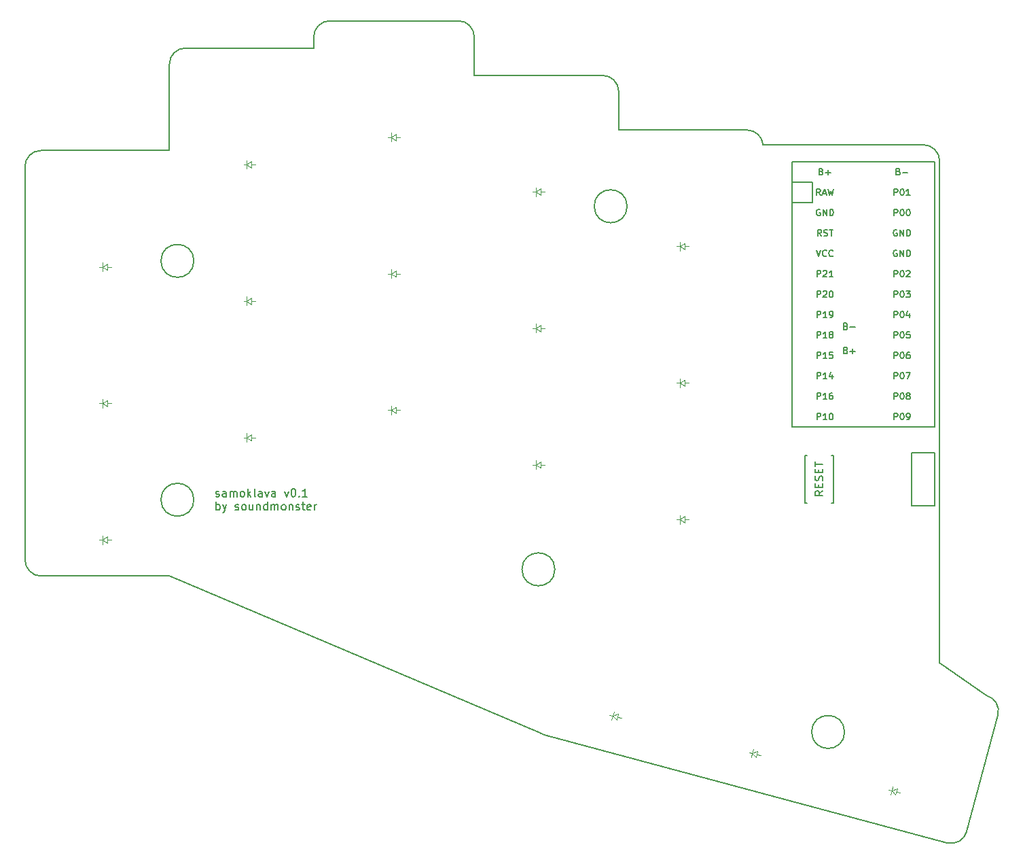
<source format=gbr>
G04 #@! TF.GenerationSoftware,KiCad,Pcbnew,5.1.5+dfsg1-2build2*
G04 #@! TF.CreationDate,2022-04-19T07:05:38+00:00*
G04 #@! TF.ProjectId,board,626f6172-642e-46b6-9963-61645f706362,v1.0.0*
G04 #@! TF.SameCoordinates,Original*
G04 #@! TF.FileFunction,Legend,Top*
G04 #@! TF.FilePolarity,Positive*
%FSLAX46Y46*%
G04 Gerber Fmt 4.6, Leading zero omitted, Abs format (unit mm)*
G04 Created by KiCad (PCBNEW 5.1.5+dfsg1-2build2) date 2022-04-19 07:05:38*
%MOMM*%
%LPD*%
G04 APERTURE LIST*
%ADD10C,0.150000*%
G04 #@! TA.AperFunction,Profile*
%ADD11C,0.150000*%
G04 #@! TD*
%ADD12C,0.100000*%
G04 APERTURE END LIST*
D10*
X31787976Y420238D02*
X31883214Y372619D01*
X32073690Y372619D01*
X32168928Y420238D01*
X32216547Y515476D01*
X32216547Y563095D01*
X32168928Y658333D01*
X32073690Y705952D01*
X31930833Y705952D01*
X31835595Y753571D01*
X31787976Y848809D01*
X31787976Y896428D01*
X31835595Y991666D01*
X31930833Y1039285D01*
X32073690Y1039285D01*
X32168928Y991666D01*
X33073690Y372619D02*
X33073690Y896428D01*
X33026071Y991666D01*
X32930833Y1039285D01*
X32740357Y1039285D01*
X32645119Y991666D01*
X33073690Y420238D02*
X32978452Y372619D01*
X32740357Y372619D01*
X32645119Y420238D01*
X32597500Y515476D01*
X32597500Y610714D01*
X32645119Y705952D01*
X32740357Y753571D01*
X32978452Y753571D01*
X33073690Y801190D01*
X33549880Y372619D02*
X33549880Y1039285D01*
X33549880Y944047D02*
X33597500Y991666D01*
X33692738Y1039285D01*
X33835595Y1039285D01*
X33930833Y991666D01*
X33978452Y896428D01*
X33978452Y372619D01*
X33978452Y896428D02*
X34026071Y991666D01*
X34121309Y1039285D01*
X34264166Y1039285D01*
X34359404Y991666D01*
X34407023Y896428D01*
X34407023Y372619D01*
X35026071Y372619D02*
X34930833Y420238D01*
X34883214Y467857D01*
X34835595Y563095D01*
X34835595Y848809D01*
X34883214Y944047D01*
X34930833Y991666D01*
X35026071Y1039285D01*
X35168928Y1039285D01*
X35264166Y991666D01*
X35311785Y944047D01*
X35359404Y848809D01*
X35359404Y563095D01*
X35311785Y467857D01*
X35264166Y420238D01*
X35168928Y372619D01*
X35026071Y372619D01*
X35787976Y372619D02*
X35787976Y1372619D01*
X35883214Y753571D02*
X36168928Y372619D01*
X36168928Y1039285D02*
X35787976Y658333D01*
X36740357Y372619D02*
X36645119Y420238D01*
X36597500Y515476D01*
X36597500Y1372619D01*
X37549880Y372619D02*
X37549880Y896428D01*
X37502261Y991666D01*
X37407023Y1039285D01*
X37216547Y1039285D01*
X37121309Y991666D01*
X37549880Y420238D02*
X37454642Y372619D01*
X37216547Y372619D01*
X37121309Y420238D01*
X37073690Y515476D01*
X37073690Y610714D01*
X37121309Y705952D01*
X37216547Y753571D01*
X37454642Y753571D01*
X37549880Y801190D01*
X37930833Y1039285D02*
X38168928Y372619D01*
X38407023Y1039285D01*
X39216547Y372619D02*
X39216547Y896428D01*
X39168928Y991666D01*
X39073690Y1039285D01*
X38883214Y1039285D01*
X38787976Y991666D01*
X39216547Y420238D02*
X39121309Y372619D01*
X38883214Y372619D01*
X38787976Y420238D01*
X38740357Y515476D01*
X38740357Y610714D01*
X38787976Y705952D01*
X38883214Y753571D01*
X39121309Y753571D01*
X39216547Y801190D01*
X40359404Y1039285D02*
X40597500Y372619D01*
X40835595Y1039285D01*
X41407023Y1372619D02*
X41502261Y1372619D01*
X41597500Y1325000D01*
X41645119Y1277380D01*
X41692738Y1182142D01*
X41740357Y991666D01*
X41740357Y753571D01*
X41692738Y563095D01*
X41645119Y467857D01*
X41597500Y420238D01*
X41502261Y372619D01*
X41407023Y372619D01*
X41311785Y420238D01*
X41264166Y467857D01*
X41216547Y563095D01*
X41168928Y753571D01*
X41168928Y991666D01*
X41216547Y1182142D01*
X41264166Y1277380D01*
X41311785Y1325000D01*
X41407023Y1372619D01*
X42168928Y467857D02*
X42216547Y420238D01*
X42168928Y372619D01*
X42121309Y420238D01*
X42168928Y467857D01*
X42168928Y372619D01*
X43168928Y372619D02*
X42597500Y372619D01*
X42883214Y372619D02*
X42883214Y1372619D01*
X42787976Y1229761D01*
X42692738Y1134523D01*
X42597500Y1086904D01*
X31835595Y-1277380D02*
X31835595Y-277380D01*
X31835595Y-658333D02*
X31930833Y-610714D01*
X32121309Y-610714D01*
X32216547Y-658333D01*
X32264166Y-705952D01*
X32311785Y-801190D01*
X32311785Y-1086904D01*
X32264166Y-1182142D01*
X32216547Y-1229761D01*
X32121309Y-1277380D01*
X31930833Y-1277380D01*
X31835595Y-1229761D01*
X32645119Y-610714D02*
X32883214Y-1277380D01*
X33121309Y-610714D02*
X32883214Y-1277380D01*
X32787976Y-1515476D01*
X32740357Y-1563095D01*
X32645119Y-1610714D01*
X34216547Y-1229761D02*
X34311785Y-1277380D01*
X34502261Y-1277380D01*
X34597500Y-1229761D01*
X34645119Y-1134523D01*
X34645119Y-1086904D01*
X34597500Y-991666D01*
X34502261Y-944047D01*
X34359404Y-944047D01*
X34264166Y-896428D01*
X34216547Y-801190D01*
X34216547Y-753571D01*
X34264166Y-658333D01*
X34359404Y-610714D01*
X34502261Y-610714D01*
X34597500Y-658333D01*
X35216547Y-1277380D02*
X35121309Y-1229761D01*
X35073690Y-1182142D01*
X35026071Y-1086904D01*
X35026071Y-801190D01*
X35073690Y-705952D01*
X35121309Y-658333D01*
X35216547Y-610714D01*
X35359404Y-610714D01*
X35454642Y-658333D01*
X35502261Y-705952D01*
X35549880Y-801190D01*
X35549880Y-1086904D01*
X35502261Y-1182142D01*
X35454642Y-1229761D01*
X35359404Y-1277380D01*
X35216547Y-1277380D01*
X36407023Y-610714D02*
X36407023Y-1277380D01*
X35978452Y-610714D02*
X35978452Y-1134523D01*
X36026071Y-1229761D01*
X36121309Y-1277380D01*
X36264166Y-1277380D01*
X36359404Y-1229761D01*
X36407023Y-1182142D01*
X36883214Y-610714D02*
X36883214Y-1277380D01*
X36883214Y-705952D02*
X36930833Y-658333D01*
X37026071Y-610714D01*
X37168928Y-610714D01*
X37264166Y-658333D01*
X37311785Y-753571D01*
X37311785Y-1277380D01*
X38216547Y-1277380D02*
X38216547Y-277380D01*
X38216547Y-1229761D02*
X38121309Y-1277380D01*
X37930833Y-1277380D01*
X37835595Y-1229761D01*
X37787976Y-1182142D01*
X37740357Y-1086904D01*
X37740357Y-801190D01*
X37787976Y-705952D01*
X37835595Y-658333D01*
X37930833Y-610714D01*
X38121309Y-610714D01*
X38216547Y-658333D01*
X38692738Y-1277380D02*
X38692738Y-610714D01*
X38692738Y-705952D02*
X38740357Y-658333D01*
X38835595Y-610714D01*
X38978452Y-610714D01*
X39073690Y-658333D01*
X39121309Y-753571D01*
X39121309Y-1277380D01*
X39121309Y-753571D02*
X39168928Y-658333D01*
X39264166Y-610714D01*
X39407023Y-610714D01*
X39502261Y-658333D01*
X39549880Y-753571D01*
X39549880Y-1277380D01*
X40168928Y-1277380D02*
X40073690Y-1229761D01*
X40026071Y-1182142D01*
X39978452Y-1086904D01*
X39978452Y-801190D01*
X40026071Y-705952D01*
X40073690Y-658333D01*
X40168928Y-610714D01*
X40311785Y-610714D01*
X40407023Y-658333D01*
X40454642Y-705952D01*
X40502261Y-801190D01*
X40502261Y-1086904D01*
X40454642Y-1182142D01*
X40407023Y-1229761D01*
X40311785Y-1277380D01*
X40168928Y-1277380D01*
X40930833Y-610714D02*
X40930833Y-1277380D01*
X40930833Y-705952D02*
X40978452Y-658333D01*
X41073690Y-610714D01*
X41216547Y-610714D01*
X41311785Y-658333D01*
X41359404Y-753571D01*
X41359404Y-1277380D01*
X41787976Y-1229761D02*
X41883214Y-1277380D01*
X42073690Y-1277380D01*
X42168928Y-1229761D01*
X42216547Y-1134523D01*
X42216547Y-1086904D01*
X42168928Y-991666D01*
X42073690Y-944047D01*
X41930833Y-944047D01*
X41835595Y-896428D01*
X41787976Y-801190D01*
X41787976Y-753571D01*
X41835595Y-658333D01*
X41930833Y-610714D01*
X42073690Y-610714D01*
X42168928Y-658333D01*
X42502261Y-610714D02*
X42883214Y-610714D01*
X42645119Y-277380D02*
X42645119Y-1134523D01*
X42692738Y-1229761D01*
X42787976Y-1277380D01*
X42883214Y-1277380D01*
X43597500Y-1229761D02*
X43502261Y-1277380D01*
X43311785Y-1277380D01*
X43216547Y-1229761D01*
X43168928Y-1134523D01*
X43168928Y-753571D01*
X43216547Y-658333D01*
X43311785Y-610714D01*
X43502261Y-610714D01*
X43597500Y-658333D01*
X43645119Y-753571D01*
X43645119Y-848809D01*
X43168928Y-944047D01*
X44073690Y-1277380D02*
X44073690Y-610714D01*
X44073690Y-801190D02*
X44121309Y-705952D01*
X44168928Y-658333D01*
X44264166Y-610714D01*
X44359404Y-610714D01*
D11*
X10000000Y-9500000D02*
X26000000Y-9500000D01*
X8000000Y-7500000D02*
X8000000Y41500000D01*
X10000000Y-9500000D02*
G75*
G02X8000000Y-7500000I0J2000000D01*
G01*
X26000000Y43500000D02*
X10000000Y43500000D01*
X8000000Y41500000D02*
G75*
G02X10000000Y43500000I2000000J0D01*
G01*
X44000000Y56250000D02*
X28000000Y56250000D01*
X26000000Y54250000D02*
G75*
G02X28000000Y56250000I2000000J0D01*
G01*
X26000000Y54250000D02*
X26000000Y43500000D01*
X64000000Y52850000D02*
X64000000Y57650000D01*
X62000000Y59650000D02*
G75*
G02X64000000Y57650000I0J-2000000D01*
G01*
X62000000Y59650000D02*
X46000000Y59650000D01*
X44000000Y57650000D02*
G75*
G02X46000000Y59650000I2000000J0D01*
G01*
X44000000Y57650000D02*
X44000000Y56250000D01*
X82000000Y46050000D02*
X82000000Y50850000D01*
X80000000Y52850000D02*
G75*
G02X82000000Y50850000I0J-2000000D01*
G01*
X80000000Y52850000D02*
X64000000Y52850000D01*
X98000000Y46050000D02*
G75*
G02X99994367Y44200000I0J-2000000D01*
G01*
X98000000Y46050000D02*
X82000000Y46050000D01*
X72707107Y-29274745D02*
X122935250Y-42733335D01*
X72707107Y-29274745D02*
G75*
G02X72197860Y-29059141I517638J1931852D01*
G01*
X125384739Y-41319122D02*
G75*
G02X122935250Y-42733335I-1931851J517638D01*
G01*
X125384740Y-41319122D02*
X129267025Y-26830234D01*
X127852812Y-24380745D02*
G75*
G02X129267025Y-26830234I-517638J-1931851D01*
G01*
X122000000Y-20297692D02*
X127852812Y-24380745D01*
X72197860Y-29059141D02*
X26000000Y-9500000D01*
X122000000Y-20297692D02*
X122000000Y42200000D01*
X120000000Y44200000D02*
G75*
G02X122000000Y42200000I0J-2000000D01*
G01*
X120000000Y44200000D02*
X99994367Y44200000D01*
X29050000Y29750000D02*
G75*
G03X29050000Y29750000I-2050000J0D01*
G01*
X29050000Y0D02*
G75*
G03X29050000Y0I-2050000J0D01*
G01*
X83050000Y36550000D02*
G75*
G03X83050000Y36550000I-2050000J0D01*
G01*
X74050000Y-8670000D02*
G75*
G03X74050000Y-8670000I-2050000J0D01*
G01*
X110153958Y-28924179D02*
G75*
G03X110153958Y-28924179I-2050000J0D01*
G01*
D12*
G04 #@! TO.C,D1*
X18250000Y-5000000D02*
X18750000Y-5000000D01*
X18250000Y-5400000D02*
X17650000Y-5000000D01*
X18250000Y-4600000D02*
X18250000Y-5400000D01*
X17650000Y-5000000D02*
X18250000Y-4600000D01*
X17650000Y-5000000D02*
X17650000Y-5550000D01*
X17650000Y-5000000D02*
X17650000Y-4450000D01*
X17250000Y-5000000D02*
X17650000Y-5000000D01*
G04 #@! TO.C,D2*
X18250000Y12000000D02*
X18750000Y12000000D01*
X18250000Y11600000D02*
X17650000Y12000000D01*
X18250000Y12400000D02*
X18250000Y11600000D01*
X17650000Y12000000D02*
X18250000Y12400000D01*
X17650000Y12000000D02*
X17650000Y11450000D01*
X17650000Y12000000D02*
X17650000Y12550000D01*
X17250000Y12000000D02*
X17650000Y12000000D01*
G04 #@! TO.C,D3*
X18250000Y29000000D02*
X18750000Y29000000D01*
X18250000Y28600000D02*
X17650000Y29000000D01*
X18250000Y29400000D02*
X18250000Y28600000D01*
X17650000Y29000000D02*
X18250000Y29400000D01*
X17650000Y29000000D02*
X17650000Y28450000D01*
X17650000Y29000000D02*
X17650000Y29550000D01*
X17250000Y29000000D02*
X17650000Y29000000D01*
G04 #@! TO.C,D4*
X36250000Y7750000D02*
X36750000Y7750000D01*
X36250000Y7350000D02*
X35650000Y7750000D01*
X36250000Y8150000D02*
X36250000Y7350000D01*
X35650000Y7750000D02*
X36250000Y8150000D01*
X35650000Y7750000D02*
X35650000Y7200000D01*
X35650000Y7750000D02*
X35650000Y8300000D01*
X35250000Y7750000D02*
X35650000Y7750000D01*
G04 #@! TO.C,D5*
X36250000Y24750000D02*
X36750000Y24750000D01*
X36250000Y24350000D02*
X35650000Y24750000D01*
X36250000Y25150000D02*
X36250000Y24350000D01*
X35650000Y24750000D02*
X36250000Y25150000D01*
X35650000Y24750000D02*
X35650000Y24200000D01*
X35650000Y24750000D02*
X35650000Y25300000D01*
X35250000Y24750000D02*
X35650000Y24750000D01*
G04 #@! TO.C,D6*
X36250000Y41750000D02*
X36750000Y41750000D01*
X36250000Y41350000D02*
X35650000Y41750000D01*
X36250000Y42150000D02*
X36250000Y41350000D01*
X35650000Y41750000D02*
X36250000Y42150000D01*
X35650000Y41750000D02*
X35650000Y41200000D01*
X35650000Y41750000D02*
X35650000Y42300000D01*
X35250000Y41750000D02*
X35650000Y41750000D01*
G04 #@! TO.C,D7*
X54250000Y11150000D02*
X54750000Y11150000D01*
X54250000Y10750000D02*
X53650000Y11150000D01*
X54250000Y11550000D02*
X54250000Y10750000D01*
X53650000Y11150000D02*
X54250000Y11550000D01*
X53650000Y11150000D02*
X53650000Y10600000D01*
X53650000Y11150000D02*
X53650000Y11700000D01*
X53250000Y11150000D02*
X53650000Y11150000D01*
G04 #@! TO.C,D8*
X54250000Y28150000D02*
X54750000Y28150000D01*
X54250000Y27750000D02*
X53650000Y28150000D01*
X54250000Y28550000D02*
X54250000Y27750000D01*
X53650000Y28150000D02*
X54250000Y28550000D01*
X53650000Y28150000D02*
X53650000Y27600000D01*
X53650000Y28150000D02*
X53650000Y28700000D01*
X53250000Y28150000D02*
X53650000Y28150000D01*
G04 #@! TO.C,D9*
X54250000Y45150000D02*
X54750000Y45150000D01*
X54250000Y44750000D02*
X53650000Y45150000D01*
X54250000Y45550000D02*
X54250000Y44750000D01*
X53650000Y45150000D02*
X54250000Y45550000D01*
X53650000Y45150000D02*
X53650000Y44600000D01*
X53650000Y45150000D02*
X53650000Y45700000D01*
X53250000Y45150000D02*
X53650000Y45150000D01*
G04 #@! TO.C,D10*
X72250000Y4350000D02*
X72750000Y4350000D01*
X72250000Y3950000D02*
X71650000Y4350000D01*
X72250000Y4750000D02*
X72250000Y3950000D01*
X71650000Y4350000D02*
X72250000Y4750000D01*
X71650000Y4350000D02*
X71650000Y3800000D01*
X71650000Y4350000D02*
X71650000Y4900000D01*
X71250000Y4350000D02*
X71650000Y4350000D01*
G04 #@! TO.C,D11*
X72250000Y21350000D02*
X72750000Y21350000D01*
X72250000Y20950000D02*
X71650000Y21350000D01*
X72250000Y21750000D02*
X72250000Y20950000D01*
X71650000Y21350000D02*
X72250000Y21750000D01*
X71650000Y21350000D02*
X71650000Y20800000D01*
X71650000Y21350000D02*
X71650000Y21900000D01*
X71250000Y21350000D02*
X71650000Y21350000D01*
G04 #@! TO.C,D12*
X72250000Y38350000D02*
X72750000Y38350000D01*
X72250000Y37950000D02*
X71650000Y38350000D01*
X72250000Y38750000D02*
X72250000Y37950000D01*
X71650000Y38350000D02*
X72250000Y38750000D01*
X71650000Y38350000D02*
X71650000Y37800000D01*
X71650000Y38350000D02*
X71650000Y38900000D01*
X71250000Y38350000D02*
X71650000Y38350000D01*
G04 #@! TO.C,D13*
X90250000Y-2450000D02*
X90750000Y-2450000D01*
X90250000Y-2850000D02*
X89650000Y-2450000D01*
X90250000Y-2050000D02*
X90250000Y-2850000D01*
X89650000Y-2450000D02*
X90250000Y-2050000D01*
X89650000Y-2450000D02*
X89650000Y-3000000D01*
X89650000Y-2450000D02*
X89650000Y-1900000D01*
X89250000Y-2450000D02*
X89650000Y-2450000D01*
G04 #@! TO.C,D14*
X90250000Y14550000D02*
X90750000Y14550000D01*
X90250000Y14150000D02*
X89650000Y14550000D01*
X90250000Y14950000D02*
X90250000Y14150000D01*
X89650000Y14550000D02*
X90250000Y14950000D01*
X89650000Y14550000D02*
X89650000Y14000000D01*
X89650000Y14550000D02*
X89650000Y15100000D01*
X89250000Y14550000D02*
X89650000Y14550000D01*
G04 #@! TO.C,D15*
X90250000Y31550000D02*
X90750000Y31550000D01*
X90250000Y31150000D02*
X89650000Y31550000D01*
X90250000Y31950000D02*
X90250000Y31150000D01*
X89650000Y31550000D02*
X90250000Y31950000D01*
X89650000Y31550000D02*
X89650000Y31000000D01*
X89650000Y31550000D02*
X89650000Y32100000D01*
X89250000Y31550000D02*
X89650000Y31550000D01*
G04 #@! TO.C,D16*
X81840681Y-27063305D02*
X82323644Y-27192714D01*
X81737154Y-27449675D02*
X81261126Y-26908013D01*
X81944209Y-26676934D02*
X81737154Y-27449675D01*
X81261126Y-26908013D02*
X81944209Y-26676934D01*
X81261126Y-26908013D02*
X81118775Y-27439273D01*
X81261126Y-26908013D02*
X81403476Y-26376754D01*
X80874756Y-26804486D02*
X81261126Y-26908013D01*
G04 #@! TO.C,D17*
X99227381Y-31722105D02*
X99710344Y-31851514D01*
X99123854Y-32108475D02*
X98647826Y-31566813D01*
X99330909Y-31335734D02*
X99123854Y-32108475D01*
X98647826Y-31566813D02*
X99330909Y-31335734D01*
X98647826Y-31566813D02*
X98505475Y-32098073D01*
X98647826Y-31566813D02*
X98790176Y-31035554D01*
X98261456Y-31463286D02*
X98647826Y-31566813D01*
G04 #@! TO.C,D18*
X116614481Y-36380805D02*
X117097444Y-36510214D01*
X116510954Y-36767175D02*
X116034926Y-36225513D01*
X116718009Y-35994434D02*
X116510954Y-36767175D01*
X116034926Y-36225513D02*
X116718009Y-35994434D01*
X116034926Y-36225513D02*
X115892575Y-36756773D01*
X116034926Y-36225513D02*
X116177276Y-35694254D01*
X115648556Y-36121986D02*
X116034926Y-36225513D01*
D10*
G04 #@! TO.C,MCU2*
X103610000Y42080000D02*
X103610000Y9060000D01*
X103610000Y9060000D02*
X121390000Y9060000D01*
X121390000Y9060000D02*
X121390000Y42080000D01*
X121390000Y42080000D02*
X103610000Y42080000D01*
X106150000Y39540000D02*
X106150000Y37000000D01*
X106150000Y39540000D02*
X103610000Y39540000D01*
X106150000Y37000000D02*
X103610000Y37000000D01*
G04 #@! TO.C,T1*
X121350000Y600000D02*
X121350000Y4500000D01*
X121350000Y2550000D02*
X121350000Y5850000D01*
X121350000Y5850000D02*
X118500000Y5850000D01*
X118500000Y5850000D02*
X118500000Y-750000D01*
X118500000Y-750000D02*
X121350000Y-750000D01*
X121350000Y2550000D02*
X121350000Y-750000D01*
G04 #@! TO.C,B1*
X105250000Y5550000D02*
X105250000Y-450000D01*
X105250000Y-450000D02*
X105500000Y-450000D01*
X105250000Y5550000D02*
X105500000Y5550000D01*
X108750000Y5550000D02*
X108500000Y5550000D01*
X108750000Y5550000D02*
X108750000Y-450000D01*
X108750000Y-450000D02*
X108500000Y-450000D01*
G04 #@! TD*
G04 #@! TO.C,MCU2*
X107147619Y37908095D02*
X106880952Y38289047D01*
X106690476Y37908095D02*
X106690476Y38708095D01*
X106995238Y38708095D01*
X107071428Y38670000D01*
X107109523Y38631904D01*
X107147619Y38555714D01*
X107147619Y38441428D01*
X107109523Y38365238D01*
X107071428Y38327142D01*
X106995238Y38289047D01*
X106690476Y38289047D01*
X107452380Y38136666D02*
X107833333Y38136666D01*
X107376190Y37908095D02*
X107642857Y38708095D01*
X107909523Y37908095D01*
X108100000Y38708095D02*
X108290476Y37908095D01*
X108442857Y38479523D01*
X108595238Y37908095D01*
X108785714Y38708095D01*
X107090476Y36130000D02*
X107014285Y36168095D01*
X106900000Y36168095D01*
X106785714Y36130000D01*
X106709523Y36053809D01*
X106671428Y35977619D01*
X106633333Y35825238D01*
X106633333Y35710952D01*
X106671428Y35558571D01*
X106709523Y35482380D01*
X106785714Y35406190D01*
X106900000Y35368095D01*
X106976190Y35368095D01*
X107090476Y35406190D01*
X107128571Y35444285D01*
X107128571Y35710952D01*
X106976190Y35710952D01*
X107471428Y35368095D02*
X107471428Y36168095D01*
X107928571Y35368095D01*
X107928571Y36168095D01*
X108309523Y35368095D02*
X108309523Y36168095D01*
X108500000Y36168095D01*
X108614285Y36130000D01*
X108690476Y36053809D01*
X108728571Y35977619D01*
X108766666Y35825238D01*
X108766666Y35710952D01*
X108728571Y35558571D01*
X108690476Y35482380D01*
X108614285Y35406190D01*
X108500000Y35368095D01*
X108309523Y35368095D01*
X107261904Y32828095D02*
X106995238Y33209047D01*
X106804761Y32828095D02*
X106804761Y33628095D01*
X107109523Y33628095D01*
X107185714Y33590000D01*
X107223809Y33551904D01*
X107261904Y33475714D01*
X107261904Y33361428D01*
X107223809Y33285238D01*
X107185714Y33247142D01*
X107109523Y33209047D01*
X106804761Y33209047D01*
X107566666Y32866190D02*
X107680952Y32828095D01*
X107871428Y32828095D01*
X107947619Y32866190D01*
X107985714Y32904285D01*
X108023809Y32980476D01*
X108023809Y33056666D01*
X107985714Y33132857D01*
X107947619Y33170952D01*
X107871428Y33209047D01*
X107719047Y33247142D01*
X107642857Y33285238D01*
X107604761Y33323333D01*
X107566666Y33399523D01*
X107566666Y33475714D01*
X107604761Y33551904D01*
X107642857Y33590000D01*
X107719047Y33628095D01*
X107909523Y33628095D01*
X108023809Y33590000D01*
X108252380Y33628095D02*
X108709523Y33628095D01*
X108480952Y32828095D02*
X108480952Y33628095D01*
X106633333Y31088095D02*
X106900000Y30288095D01*
X107166666Y31088095D01*
X107890476Y30364285D02*
X107852380Y30326190D01*
X107738095Y30288095D01*
X107661904Y30288095D01*
X107547619Y30326190D01*
X107471428Y30402380D01*
X107433333Y30478571D01*
X107395238Y30630952D01*
X107395238Y30745238D01*
X107433333Y30897619D01*
X107471428Y30973809D01*
X107547619Y31050000D01*
X107661904Y31088095D01*
X107738095Y31088095D01*
X107852380Y31050000D01*
X107890476Y31011904D01*
X108690476Y30364285D02*
X108652380Y30326190D01*
X108538095Y30288095D01*
X108461904Y30288095D01*
X108347619Y30326190D01*
X108271428Y30402380D01*
X108233333Y30478571D01*
X108195238Y30630952D01*
X108195238Y30745238D01*
X108233333Y30897619D01*
X108271428Y30973809D01*
X108347619Y31050000D01*
X108461904Y31088095D01*
X108538095Y31088095D01*
X108652380Y31050000D01*
X108690476Y31011904D01*
X106728571Y27748095D02*
X106728571Y28548095D01*
X107033333Y28548095D01*
X107109523Y28510000D01*
X107147619Y28471904D01*
X107185714Y28395714D01*
X107185714Y28281428D01*
X107147619Y28205238D01*
X107109523Y28167142D01*
X107033333Y28129047D01*
X106728571Y28129047D01*
X107490476Y28471904D02*
X107528571Y28510000D01*
X107604761Y28548095D01*
X107795238Y28548095D01*
X107871428Y28510000D01*
X107909523Y28471904D01*
X107947619Y28395714D01*
X107947619Y28319523D01*
X107909523Y28205238D01*
X107452380Y27748095D01*
X107947619Y27748095D01*
X108709523Y27748095D02*
X108252380Y27748095D01*
X108480952Y27748095D02*
X108480952Y28548095D01*
X108404761Y28433809D01*
X108328571Y28357619D01*
X108252380Y28319523D01*
X106728571Y25208095D02*
X106728571Y26008095D01*
X107033333Y26008095D01*
X107109523Y25970000D01*
X107147619Y25931904D01*
X107185714Y25855714D01*
X107185714Y25741428D01*
X107147619Y25665238D01*
X107109523Y25627142D01*
X107033333Y25589047D01*
X106728571Y25589047D01*
X107490476Y25931904D02*
X107528571Y25970000D01*
X107604761Y26008095D01*
X107795238Y26008095D01*
X107871428Y25970000D01*
X107909523Y25931904D01*
X107947619Y25855714D01*
X107947619Y25779523D01*
X107909523Y25665238D01*
X107452380Y25208095D01*
X107947619Y25208095D01*
X108442857Y26008095D02*
X108519047Y26008095D01*
X108595238Y25970000D01*
X108633333Y25931904D01*
X108671428Y25855714D01*
X108709523Y25703333D01*
X108709523Y25512857D01*
X108671428Y25360476D01*
X108633333Y25284285D01*
X108595238Y25246190D01*
X108519047Y25208095D01*
X108442857Y25208095D01*
X108366666Y25246190D01*
X108328571Y25284285D01*
X108290476Y25360476D01*
X108252380Y25512857D01*
X108252380Y25703333D01*
X108290476Y25855714D01*
X108328571Y25931904D01*
X108366666Y25970000D01*
X108442857Y26008095D01*
X106728571Y22668095D02*
X106728571Y23468095D01*
X107033333Y23468095D01*
X107109523Y23430000D01*
X107147619Y23391904D01*
X107185714Y23315714D01*
X107185714Y23201428D01*
X107147619Y23125238D01*
X107109523Y23087142D01*
X107033333Y23049047D01*
X106728571Y23049047D01*
X107947619Y22668095D02*
X107490476Y22668095D01*
X107719047Y22668095D02*
X107719047Y23468095D01*
X107642857Y23353809D01*
X107566666Y23277619D01*
X107490476Y23239523D01*
X108328571Y22668095D02*
X108480952Y22668095D01*
X108557142Y22706190D01*
X108595238Y22744285D01*
X108671428Y22858571D01*
X108709523Y23010952D01*
X108709523Y23315714D01*
X108671428Y23391904D01*
X108633333Y23430000D01*
X108557142Y23468095D01*
X108404761Y23468095D01*
X108328571Y23430000D01*
X108290476Y23391904D01*
X108252380Y23315714D01*
X108252380Y23125238D01*
X108290476Y23049047D01*
X108328571Y23010952D01*
X108404761Y22972857D01*
X108557142Y22972857D01*
X108633333Y23010952D01*
X108671428Y23049047D01*
X108709523Y23125238D01*
X106728571Y20128095D02*
X106728571Y20928095D01*
X107033333Y20928095D01*
X107109523Y20890000D01*
X107147619Y20851904D01*
X107185714Y20775714D01*
X107185714Y20661428D01*
X107147619Y20585238D01*
X107109523Y20547142D01*
X107033333Y20509047D01*
X106728571Y20509047D01*
X107947619Y20128095D02*
X107490476Y20128095D01*
X107719047Y20128095D02*
X107719047Y20928095D01*
X107642857Y20813809D01*
X107566666Y20737619D01*
X107490476Y20699523D01*
X108404761Y20585238D02*
X108328571Y20623333D01*
X108290476Y20661428D01*
X108252380Y20737619D01*
X108252380Y20775714D01*
X108290476Y20851904D01*
X108328571Y20890000D01*
X108404761Y20928095D01*
X108557142Y20928095D01*
X108633333Y20890000D01*
X108671428Y20851904D01*
X108709523Y20775714D01*
X108709523Y20737619D01*
X108671428Y20661428D01*
X108633333Y20623333D01*
X108557142Y20585238D01*
X108404761Y20585238D01*
X108328571Y20547142D01*
X108290476Y20509047D01*
X108252380Y20432857D01*
X108252380Y20280476D01*
X108290476Y20204285D01*
X108328571Y20166190D01*
X108404761Y20128095D01*
X108557142Y20128095D01*
X108633333Y20166190D01*
X108671428Y20204285D01*
X108709523Y20280476D01*
X108709523Y20432857D01*
X108671428Y20509047D01*
X108633333Y20547142D01*
X108557142Y20585238D01*
X106728571Y17588095D02*
X106728571Y18388095D01*
X107033333Y18388095D01*
X107109523Y18350000D01*
X107147619Y18311904D01*
X107185714Y18235714D01*
X107185714Y18121428D01*
X107147619Y18045238D01*
X107109523Y18007142D01*
X107033333Y17969047D01*
X106728571Y17969047D01*
X107947619Y17588095D02*
X107490476Y17588095D01*
X107719047Y17588095D02*
X107719047Y18388095D01*
X107642857Y18273809D01*
X107566666Y18197619D01*
X107490476Y18159523D01*
X108671428Y18388095D02*
X108290476Y18388095D01*
X108252380Y18007142D01*
X108290476Y18045238D01*
X108366666Y18083333D01*
X108557142Y18083333D01*
X108633333Y18045238D01*
X108671428Y18007142D01*
X108709523Y17930952D01*
X108709523Y17740476D01*
X108671428Y17664285D01*
X108633333Y17626190D01*
X108557142Y17588095D01*
X108366666Y17588095D01*
X108290476Y17626190D01*
X108252380Y17664285D01*
X106728571Y15048095D02*
X106728571Y15848095D01*
X107033333Y15848095D01*
X107109523Y15810000D01*
X107147619Y15771904D01*
X107185714Y15695714D01*
X107185714Y15581428D01*
X107147619Y15505238D01*
X107109523Y15467142D01*
X107033333Y15429047D01*
X106728571Y15429047D01*
X107947619Y15048095D02*
X107490476Y15048095D01*
X107719047Y15048095D02*
X107719047Y15848095D01*
X107642857Y15733809D01*
X107566666Y15657619D01*
X107490476Y15619523D01*
X108633333Y15581428D02*
X108633333Y15048095D01*
X108442857Y15886190D02*
X108252380Y15314761D01*
X108747619Y15314761D01*
X106728571Y12508095D02*
X106728571Y13308095D01*
X107033333Y13308095D01*
X107109523Y13270000D01*
X107147619Y13231904D01*
X107185714Y13155714D01*
X107185714Y13041428D01*
X107147619Y12965238D01*
X107109523Y12927142D01*
X107033333Y12889047D01*
X106728571Y12889047D01*
X107947619Y12508095D02*
X107490476Y12508095D01*
X107719047Y12508095D02*
X107719047Y13308095D01*
X107642857Y13193809D01*
X107566666Y13117619D01*
X107490476Y13079523D01*
X108633333Y13308095D02*
X108480952Y13308095D01*
X108404761Y13270000D01*
X108366666Y13231904D01*
X108290476Y13117619D01*
X108252380Y12965238D01*
X108252380Y12660476D01*
X108290476Y12584285D01*
X108328571Y12546190D01*
X108404761Y12508095D01*
X108557142Y12508095D01*
X108633333Y12546190D01*
X108671428Y12584285D01*
X108709523Y12660476D01*
X108709523Y12850952D01*
X108671428Y12927142D01*
X108633333Y12965238D01*
X108557142Y13003333D01*
X108404761Y13003333D01*
X108328571Y12965238D01*
X108290476Y12927142D01*
X108252380Y12850952D01*
X106728571Y9968095D02*
X106728571Y10768095D01*
X107033333Y10768095D01*
X107109523Y10730000D01*
X107147619Y10691904D01*
X107185714Y10615714D01*
X107185714Y10501428D01*
X107147619Y10425238D01*
X107109523Y10387142D01*
X107033333Y10349047D01*
X106728571Y10349047D01*
X107947619Y9968095D02*
X107490476Y9968095D01*
X107719047Y9968095D02*
X107719047Y10768095D01*
X107642857Y10653809D01*
X107566666Y10577619D01*
X107490476Y10539523D01*
X108442857Y10768095D02*
X108519047Y10768095D01*
X108595238Y10730000D01*
X108633333Y10691904D01*
X108671428Y10615714D01*
X108709523Y10463333D01*
X108709523Y10272857D01*
X108671428Y10120476D01*
X108633333Y10044285D01*
X108595238Y10006190D01*
X108519047Y9968095D01*
X108442857Y9968095D01*
X108366666Y10006190D01*
X108328571Y10044285D01*
X108290476Y10120476D01*
X108252380Y10272857D01*
X108252380Y10463333D01*
X108290476Y10615714D01*
X108328571Y10691904D01*
X108366666Y10730000D01*
X108442857Y10768095D01*
X116328571Y37908095D02*
X116328571Y38708095D01*
X116633333Y38708095D01*
X116709523Y38670000D01*
X116747619Y38631904D01*
X116785714Y38555714D01*
X116785714Y38441428D01*
X116747619Y38365238D01*
X116709523Y38327142D01*
X116633333Y38289047D01*
X116328571Y38289047D01*
X117280952Y38708095D02*
X117357142Y38708095D01*
X117433333Y38670000D01*
X117471428Y38631904D01*
X117509523Y38555714D01*
X117547619Y38403333D01*
X117547619Y38212857D01*
X117509523Y38060476D01*
X117471428Y37984285D01*
X117433333Y37946190D01*
X117357142Y37908095D01*
X117280952Y37908095D01*
X117204761Y37946190D01*
X117166666Y37984285D01*
X117128571Y38060476D01*
X117090476Y38212857D01*
X117090476Y38403333D01*
X117128571Y38555714D01*
X117166666Y38631904D01*
X117204761Y38670000D01*
X117280952Y38708095D01*
X118309523Y37908095D02*
X117852380Y37908095D01*
X118080952Y37908095D02*
X118080952Y38708095D01*
X118004761Y38593809D01*
X117928571Y38517619D01*
X117852380Y38479523D01*
X116328571Y35368095D02*
X116328571Y36168095D01*
X116633333Y36168095D01*
X116709523Y36130000D01*
X116747619Y36091904D01*
X116785714Y36015714D01*
X116785714Y35901428D01*
X116747619Y35825238D01*
X116709523Y35787142D01*
X116633333Y35749047D01*
X116328571Y35749047D01*
X117280952Y36168095D02*
X117357142Y36168095D01*
X117433333Y36130000D01*
X117471428Y36091904D01*
X117509523Y36015714D01*
X117547619Y35863333D01*
X117547619Y35672857D01*
X117509523Y35520476D01*
X117471428Y35444285D01*
X117433333Y35406190D01*
X117357142Y35368095D01*
X117280952Y35368095D01*
X117204761Y35406190D01*
X117166666Y35444285D01*
X117128571Y35520476D01*
X117090476Y35672857D01*
X117090476Y35863333D01*
X117128571Y36015714D01*
X117166666Y36091904D01*
X117204761Y36130000D01*
X117280952Y36168095D01*
X118042857Y36168095D02*
X118119047Y36168095D01*
X118195238Y36130000D01*
X118233333Y36091904D01*
X118271428Y36015714D01*
X118309523Y35863333D01*
X118309523Y35672857D01*
X118271428Y35520476D01*
X118233333Y35444285D01*
X118195238Y35406190D01*
X118119047Y35368095D01*
X118042857Y35368095D01*
X117966666Y35406190D01*
X117928571Y35444285D01*
X117890476Y35520476D01*
X117852380Y35672857D01*
X117852380Y35863333D01*
X117890476Y36015714D01*
X117928571Y36091904D01*
X117966666Y36130000D01*
X118042857Y36168095D01*
X116690476Y33590000D02*
X116614285Y33628095D01*
X116500000Y33628095D01*
X116385714Y33590000D01*
X116309523Y33513809D01*
X116271428Y33437619D01*
X116233333Y33285238D01*
X116233333Y33170952D01*
X116271428Y33018571D01*
X116309523Y32942380D01*
X116385714Y32866190D01*
X116500000Y32828095D01*
X116576190Y32828095D01*
X116690476Y32866190D01*
X116728571Y32904285D01*
X116728571Y33170952D01*
X116576190Y33170952D01*
X117071428Y32828095D02*
X117071428Y33628095D01*
X117528571Y32828095D01*
X117528571Y33628095D01*
X117909523Y32828095D02*
X117909523Y33628095D01*
X118100000Y33628095D01*
X118214285Y33590000D01*
X118290476Y33513809D01*
X118328571Y33437619D01*
X118366666Y33285238D01*
X118366666Y33170952D01*
X118328571Y33018571D01*
X118290476Y32942380D01*
X118214285Y32866190D01*
X118100000Y32828095D01*
X117909523Y32828095D01*
X116690476Y31050000D02*
X116614285Y31088095D01*
X116500000Y31088095D01*
X116385714Y31050000D01*
X116309523Y30973809D01*
X116271428Y30897619D01*
X116233333Y30745238D01*
X116233333Y30630952D01*
X116271428Y30478571D01*
X116309523Y30402380D01*
X116385714Y30326190D01*
X116500000Y30288095D01*
X116576190Y30288095D01*
X116690476Y30326190D01*
X116728571Y30364285D01*
X116728571Y30630952D01*
X116576190Y30630952D01*
X117071428Y30288095D02*
X117071428Y31088095D01*
X117528571Y30288095D01*
X117528571Y31088095D01*
X117909523Y30288095D02*
X117909523Y31088095D01*
X118100000Y31088095D01*
X118214285Y31050000D01*
X118290476Y30973809D01*
X118328571Y30897619D01*
X118366666Y30745238D01*
X118366666Y30630952D01*
X118328571Y30478571D01*
X118290476Y30402380D01*
X118214285Y30326190D01*
X118100000Y30288095D01*
X117909523Y30288095D01*
X116328571Y27748095D02*
X116328571Y28548095D01*
X116633333Y28548095D01*
X116709523Y28510000D01*
X116747619Y28471904D01*
X116785714Y28395714D01*
X116785714Y28281428D01*
X116747619Y28205238D01*
X116709523Y28167142D01*
X116633333Y28129047D01*
X116328571Y28129047D01*
X117280952Y28548095D02*
X117357142Y28548095D01*
X117433333Y28510000D01*
X117471428Y28471904D01*
X117509523Y28395714D01*
X117547619Y28243333D01*
X117547619Y28052857D01*
X117509523Y27900476D01*
X117471428Y27824285D01*
X117433333Y27786190D01*
X117357142Y27748095D01*
X117280952Y27748095D01*
X117204761Y27786190D01*
X117166666Y27824285D01*
X117128571Y27900476D01*
X117090476Y28052857D01*
X117090476Y28243333D01*
X117128571Y28395714D01*
X117166666Y28471904D01*
X117204761Y28510000D01*
X117280952Y28548095D01*
X117852380Y28471904D02*
X117890476Y28510000D01*
X117966666Y28548095D01*
X118157142Y28548095D01*
X118233333Y28510000D01*
X118271428Y28471904D01*
X118309523Y28395714D01*
X118309523Y28319523D01*
X118271428Y28205238D01*
X117814285Y27748095D01*
X118309523Y27748095D01*
X116328571Y25208095D02*
X116328571Y26008095D01*
X116633333Y26008095D01*
X116709523Y25970000D01*
X116747619Y25931904D01*
X116785714Y25855714D01*
X116785714Y25741428D01*
X116747619Y25665238D01*
X116709523Y25627142D01*
X116633333Y25589047D01*
X116328571Y25589047D01*
X117280952Y26008095D02*
X117357142Y26008095D01*
X117433333Y25970000D01*
X117471428Y25931904D01*
X117509523Y25855714D01*
X117547619Y25703333D01*
X117547619Y25512857D01*
X117509523Y25360476D01*
X117471428Y25284285D01*
X117433333Y25246190D01*
X117357142Y25208095D01*
X117280952Y25208095D01*
X117204761Y25246190D01*
X117166666Y25284285D01*
X117128571Y25360476D01*
X117090476Y25512857D01*
X117090476Y25703333D01*
X117128571Y25855714D01*
X117166666Y25931904D01*
X117204761Y25970000D01*
X117280952Y26008095D01*
X117814285Y26008095D02*
X118309523Y26008095D01*
X118042857Y25703333D01*
X118157142Y25703333D01*
X118233333Y25665238D01*
X118271428Y25627142D01*
X118309523Y25550952D01*
X118309523Y25360476D01*
X118271428Y25284285D01*
X118233333Y25246190D01*
X118157142Y25208095D01*
X117928571Y25208095D01*
X117852380Y25246190D01*
X117814285Y25284285D01*
X116328571Y22668095D02*
X116328571Y23468095D01*
X116633333Y23468095D01*
X116709523Y23430000D01*
X116747619Y23391904D01*
X116785714Y23315714D01*
X116785714Y23201428D01*
X116747619Y23125238D01*
X116709523Y23087142D01*
X116633333Y23049047D01*
X116328571Y23049047D01*
X117280952Y23468095D02*
X117357142Y23468095D01*
X117433333Y23430000D01*
X117471428Y23391904D01*
X117509523Y23315714D01*
X117547619Y23163333D01*
X117547619Y22972857D01*
X117509523Y22820476D01*
X117471428Y22744285D01*
X117433333Y22706190D01*
X117357142Y22668095D01*
X117280952Y22668095D01*
X117204761Y22706190D01*
X117166666Y22744285D01*
X117128571Y22820476D01*
X117090476Y22972857D01*
X117090476Y23163333D01*
X117128571Y23315714D01*
X117166666Y23391904D01*
X117204761Y23430000D01*
X117280952Y23468095D01*
X118233333Y23201428D02*
X118233333Y22668095D01*
X118042857Y23506190D02*
X117852380Y22934761D01*
X118347619Y22934761D01*
X116328571Y20128095D02*
X116328571Y20928095D01*
X116633333Y20928095D01*
X116709523Y20890000D01*
X116747619Y20851904D01*
X116785714Y20775714D01*
X116785714Y20661428D01*
X116747619Y20585238D01*
X116709523Y20547142D01*
X116633333Y20509047D01*
X116328571Y20509047D01*
X117280952Y20928095D02*
X117357142Y20928095D01*
X117433333Y20890000D01*
X117471428Y20851904D01*
X117509523Y20775714D01*
X117547619Y20623333D01*
X117547619Y20432857D01*
X117509523Y20280476D01*
X117471428Y20204285D01*
X117433333Y20166190D01*
X117357142Y20128095D01*
X117280952Y20128095D01*
X117204761Y20166190D01*
X117166666Y20204285D01*
X117128571Y20280476D01*
X117090476Y20432857D01*
X117090476Y20623333D01*
X117128571Y20775714D01*
X117166666Y20851904D01*
X117204761Y20890000D01*
X117280952Y20928095D01*
X118271428Y20928095D02*
X117890476Y20928095D01*
X117852380Y20547142D01*
X117890476Y20585238D01*
X117966666Y20623333D01*
X118157142Y20623333D01*
X118233333Y20585238D01*
X118271428Y20547142D01*
X118309523Y20470952D01*
X118309523Y20280476D01*
X118271428Y20204285D01*
X118233333Y20166190D01*
X118157142Y20128095D01*
X117966666Y20128095D01*
X117890476Y20166190D01*
X117852380Y20204285D01*
X116328571Y17588095D02*
X116328571Y18388095D01*
X116633333Y18388095D01*
X116709523Y18350000D01*
X116747619Y18311904D01*
X116785714Y18235714D01*
X116785714Y18121428D01*
X116747619Y18045238D01*
X116709523Y18007142D01*
X116633333Y17969047D01*
X116328571Y17969047D01*
X117280952Y18388095D02*
X117357142Y18388095D01*
X117433333Y18350000D01*
X117471428Y18311904D01*
X117509523Y18235714D01*
X117547619Y18083333D01*
X117547619Y17892857D01*
X117509523Y17740476D01*
X117471428Y17664285D01*
X117433333Y17626190D01*
X117357142Y17588095D01*
X117280952Y17588095D01*
X117204761Y17626190D01*
X117166666Y17664285D01*
X117128571Y17740476D01*
X117090476Y17892857D01*
X117090476Y18083333D01*
X117128571Y18235714D01*
X117166666Y18311904D01*
X117204761Y18350000D01*
X117280952Y18388095D01*
X118233333Y18388095D02*
X118080952Y18388095D01*
X118004761Y18350000D01*
X117966666Y18311904D01*
X117890476Y18197619D01*
X117852380Y18045238D01*
X117852380Y17740476D01*
X117890476Y17664285D01*
X117928571Y17626190D01*
X118004761Y17588095D01*
X118157142Y17588095D01*
X118233333Y17626190D01*
X118271428Y17664285D01*
X118309523Y17740476D01*
X118309523Y17930952D01*
X118271428Y18007142D01*
X118233333Y18045238D01*
X118157142Y18083333D01*
X118004761Y18083333D01*
X117928571Y18045238D01*
X117890476Y18007142D01*
X117852380Y17930952D01*
X116328571Y15048095D02*
X116328571Y15848095D01*
X116633333Y15848095D01*
X116709523Y15810000D01*
X116747619Y15771904D01*
X116785714Y15695714D01*
X116785714Y15581428D01*
X116747619Y15505238D01*
X116709523Y15467142D01*
X116633333Y15429047D01*
X116328571Y15429047D01*
X117280952Y15848095D02*
X117357142Y15848095D01*
X117433333Y15810000D01*
X117471428Y15771904D01*
X117509523Y15695714D01*
X117547619Y15543333D01*
X117547619Y15352857D01*
X117509523Y15200476D01*
X117471428Y15124285D01*
X117433333Y15086190D01*
X117357142Y15048095D01*
X117280952Y15048095D01*
X117204761Y15086190D01*
X117166666Y15124285D01*
X117128571Y15200476D01*
X117090476Y15352857D01*
X117090476Y15543333D01*
X117128571Y15695714D01*
X117166666Y15771904D01*
X117204761Y15810000D01*
X117280952Y15848095D01*
X117814285Y15848095D02*
X118347619Y15848095D01*
X118004761Y15048095D01*
X116328571Y12508095D02*
X116328571Y13308095D01*
X116633333Y13308095D01*
X116709523Y13270000D01*
X116747619Y13231904D01*
X116785714Y13155714D01*
X116785714Y13041428D01*
X116747619Y12965238D01*
X116709523Y12927142D01*
X116633333Y12889047D01*
X116328571Y12889047D01*
X117280952Y13308095D02*
X117357142Y13308095D01*
X117433333Y13270000D01*
X117471428Y13231904D01*
X117509523Y13155714D01*
X117547619Y13003333D01*
X117547619Y12812857D01*
X117509523Y12660476D01*
X117471428Y12584285D01*
X117433333Y12546190D01*
X117357142Y12508095D01*
X117280952Y12508095D01*
X117204761Y12546190D01*
X117166666Y12584285D01*
X117128571Y12660476D01*
X117090476Y12812857D01*
X117090476Y13003333D01*
X117128571Y13155714D01*
X117166666Y13231904D01*
X117204761Y13270000D01*
X117280952Y13308095D01*
X118004761Y12965238D02*
X117928571Y13003333D01*
X117890476Y13041428D01*
X117852380Y13117619D01*
X117852380Y13155714D01*
X117890476Y13231904D01*
X117928571Y13270000D01*
X118004761Y13308095D01*
X118157142Y13308095D01*
X118233333Y13270000D01*
X118271428Y13231904D01*
X118309523Y13155714D01*
X118309523Y13117619D01*
X118271428Y13041428D01*
X118233333Y13003333D01*
X118157142Y12965238D01*
X118004761Y12965238D01*
X117928571Y12927142D01*
X117890476Y12889047D01*
X117852380Y12812857D01*
X117852380Y12660476D01*
X117890476Y12584285D01*
X117928571Y12546190D01*
X118004761Y12508095D01*
X118157142Y12508095D01*
X118233333Y12546190D01*
X118271428Y12584285D01*
X118309523Y12660476D01*
X118309523Y12812857D01*
X118271428Y12889047D01*
X118233333Y12927142D01*
X118157142Y12965238D01*
X116328571Y9968095D02*
X116328571Y10768095D01*
X116633333Y10768095D01*
X116709523Y10730000D01*
X116747619Y10691904D01*
X116785714Y10615714D01*
X116785714Y10501428D01*
X116747619Y10425238D01*
X116709523Y10387142D01*
X116633333Y10349047D01*
X116328571Y10349047D01*
X117280952Y10768095D02*
X117357142Y10768095D01*
X117433333Y10730000D01*
X117471428Y10691904D01*
X117509523Y10615714D01*
X117547619Y10463333D01*
X117547619Y10272857D01*
X117509523Y10120476D01*
X117471428Y10044285D01*
X117433333Y10006190D01*
X117357142Y9968095D01*
X117280952Y9968095D01*
X117204761Y10006190D01*
X117166666Y10044285D01*
X117128571Y10120476D01*
X117090476Y10272857D01*
X117090476Y10463333D01*
X117128571Y10615714D01*
X117166666Y10691904D01*
X117204761Y10730000D01*
X117280952Y10768095D01*
X117928571Y9968095D02*
X118080952Y9968095D01*
X118157142Y10006190D01*
X118195238Y10044285D01*
X118271428Y10158571D01*
X118309523Y10310952D01*
X118309523Y10615714D01*
X118271428Y10691904D01*
X118233333Y10730000D01*
X118157142Y10768095D01*
X118004761Y10768095D01*
X117928571Y10730000D01*
X117890476Y10691904D01*
X117852380Y10615714D01*
X117852380Y10425238D01*
X117890476Y10349047D01*
X117928571Y10310952D01*
X118004761Y10272857D01*
X118157142Y10272857D01*
X118233333Y10310952D01*
X118271428Y10349047D01*
X118309523Y10425238D01*
X107261904Y40867142D02*
X107376190Y40829047D01*
X107414285Y40790952D01*
X107452380Y40714761D01*
X107452380Y40600476D01*
X107414285Y40524285D01*
X107376190Y40486190D01*
X107300000Y40448095D01*
X106995238Y40448095D01*
X106995238Y41248095D01*
X107261904Y41248095D01*
X107338095Y41210000D01*
X107376190Y41171904D01*
X107414285Y41095714D01*
X107414285Y41019523D01*
X107376190Y40943333D01*
X107338095Y40905238D01*
X107261904Y40867142D01*
X106995238Y40867142D01*
X107795238Y40752857D02*
X108404761Y40752857D01*
X108100000Y40448095D02*
X108100000Y41057619D01*
X116861904Y40867142D02*
X116976190Y40829047D01*
X117014285Y40790952D01*
X117052380Y40714761D01*
X117052380Y40600476D01*
X117014285Y40524285D01*
X116976190Y40486190D01*
X116900000Y40448095D01*
X116595238Y40448095D01*
X116595238Y41248095D01*
X116861904Y41248095D01*
X116938095Y41210000D01*
X116976190Y41171904D01*
X117014285Y41095714D01*
X117014285Y41019523D01*
X116976190Y40943333D01*
X116938095Y40905238D01*
X116861904Y40867142D01*
X116595238Y40867142D01*
X117395238Y40752857D02*
X118004761Y40752857D01*
G04 #@! TO.C,PAD1*
X110311904Y18607142D02*
X110426190Y18569047D01*
X110464285Y18530952D01*
X110502380Y18454761D01*
X110502380Y18340476D01*
X110464285Y18264285D01*
X110426190Y18226190D01*
X110350000Y18188095D01*
X110045238Y18188095D01*
X110045238Y18988095D01*
X110311904Y18988095D01*
X110388095Y18950000D01*
X110426190Y18911904D01*
X110464285Y18835714D01*
X110464285Y18759523D01*
X110426190Y18683333D01*
X110388095Y18645238D01*
X110311904Y18607142D01*
X110045238Y18607142D01*
X110845238Y18492857D02*
X111454761Y18492857D01*
X111150000Y18188095D02*
X111150000Y18797619D01*
G04 #@! TO.C,PAD2*
X110311904Y21607142D02*
X110426190Y21569047D01*
X110464285Y21530952D01*
X110502380Y21454761D01*
X110502380Y21340476D01*
X110464285Y21264285D01*
X110426190Y21226190D01*
X110350000Y21188095D01*
X110045238Y21188095D01*
X110045238Y21988095D01*
X110311904Y21988095D01*
X110388095Y21950000D01*
X110426190Y21911904D01*
X110464285Y21835714D01*
X110464285Y21759523D01*
X110426190Y21683333D01*
X110388095Y21645238D01*
X110311904Y21607142D01*
X110045238Y21607142D01*
X110845238Y21492857D02*
X111454761Y21492857D01*
G04 #@! TO.C,B1*
X107452380Y1097619D02*
X106976190Y764285D01*
X107452380Y526190D02*
X106452380Y526190D01*
X106452380Y907142D01*
X106500000Y1002380D01*
X106547619Y1050000D01*
X106642857Y1097619D01*
X106785714Y1097619D01*
X106880952Y1050000D01*
X106928571Y1002380D01*
X106976190Y907142D01*
X106976190Y526190D01*
X106928571Y1526190D02*
X106928571Y1859523D01*
X107452380Y2002380D02*
X107452380Y1526190D01*
X106452380Y1526190D01*
X106452380Y2002380D01*
X107404761Y2383333D02*
X107452380Y2526190D01*
X107452380Y2764285D01*
X107404761Y2859523D01*
X107357142Y2907142D01*
X107261904Y2954761D01*
X107166666Y2954761D01*
X107071428Y2907142D01*
X107023809Y2859523D01*
X106976190Y2764285D01*
X106928571Y2573809D01*
X106880952Y2478571D01*
X106833333Y2430952D01*
X106738095Y2383333D01*
X106642857Y2383333D01*
X106547619Y2430952D01*
X106500000Y2478571D01*
X106452380Y2573809D01*
X106452380Y2811904D01*
X106500000Y2954761D01*
X106928571Y3383333D02*
X106928571Y3716666D01*
X107452380Y3859523D02*
X107452380Y3383333D01*
X106452380Y3383333D01*
X106452380Y3859523D01*
X106452380Y4145238D02*
X106452380Y4716666D01*
X107452380Y4430952D02*
X106452380Y4430952D01*
G04 #@! TD*
M02*

</source>
